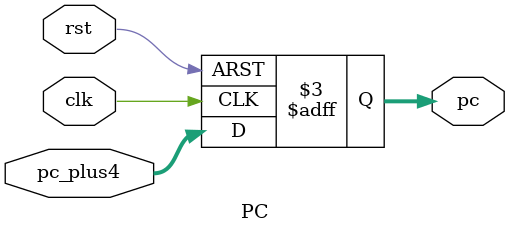
<source format=v>
`timescale 1ns / 1ps


module PC(clk,rst,pc,pc_plus4);
input clk,rst;
input [31:0] pc_plus4;

output reg [31:0] pc;

always@(posedge clk or negedge rst) begin

if(rst == 32'h00000000) begin
    pc <= 32'h00000000;
end else begin
    pc <= pc_plus4;
end
end
endmodule

</source>
